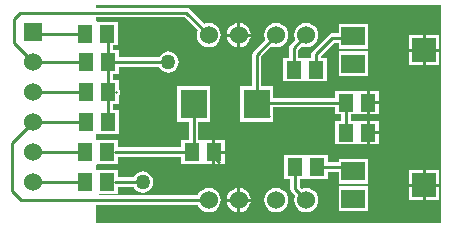
<source format=gtl>
G04 Layer_Physical_Order=1*
G04 Layer_Color=255*
%FSLAX25Y25*%
%MOIN*%
G70*
G01*
G75*
%ADD10R,0.08900X0.09800*%
%ADD11R,0.05118X0.05905*%
%ADD12R,0.07874X0.06299*%
%ADD13R,0.07874X0.07874*%
%ADD14C,0.01000*%
%ADD15C,0.06000*%
%ADD16R,0.06000X0.06000*%
%ADD17C,0.05000*%
G36*
X312500Y215000D02*
X197500D01*
Y220971D01*
X231304D01*
X231506Y220483D01*
X232147Y219647D01*
X232983Y219006D01*
X233956Y218603D01*
X235000Y218465D01*
X236044Y218603D01*
X237017Y219006D01*
X237853Y219647D01*
X238494Y220483D01*
X238897Y221456D01*
X239035Y222500D01*
X238897Y223544D01*
X238494Y224517D01*
X237853Y225353D01*
X237017Y225994D01*
X236044Y226397D01*
X235000Y226535D01*
X233956Y226397D01*
X232983Y225994D01*
X232147Y225353D01*
X231506Y224517D01*
X231304Y224029D01*
X198004D01*
X197992Y224047D01*
X197992Y224058D01*
X198261Y224547D01*
X204799D01*
Y226971D01*
X209845D01*
X209943Y226735D01*
X210504Y226004D01*
X211235Y225443D01*
X212086Y225090D01*
X213000Y224970D01*
X213914Y225090D01*
X214765Y225443D01*
X215496Y226004D01*
X216057Y226735D01*
X216410Y227586D01*
X216530Y228500D01*
X216410Y229414D01*
X216057Y230265D01*
X215496Y230996D01*
X214765Y231557D01*
X213914Y231910D01*
X213000Y232030D01*
X212086Y231910D01*
X211235Y231557D01*
X210504Y230996D01*
X209943Y230265D01*
X209845Y230029D01*
X204799D01*
Y232453D01*
X198000D01*
X197681Y232453D01*
X197500Y232878D01*
Y234122D01*
X197681Y234547D01*
X198000Y234547D01*
X204799D01*
Y236971D01*
X225701D01*
Y234547D01*
X232681D01*
X232819Y234547D01*
X233181D01*
X233319Y234547D01*
X236240D01*
Y238500D01*
Y242453D01*
X233319D01*
X233181Y242453D01*
X232819D01*
X232681Y242453D01*
X231529D01*
Y248600D01*
X235450D01*
Y260400D01*
X224550D01*
Y248600D01*
X228471D01*
Y242453D01*
X225701D01*
Y240030D01*
X204799D01*
Y242453D01*
X198000D01*
X197681Y242453D01*
X197500Y242878D01*
Y244357D01*
X197921Y244547D01*
X198059Y244547D01*
X205039D01*
Y252453D01*
X203010D01*
Y254547D01*
X205039D01*
Y257403D01*
X205062Y257418D01*
X205393Y257915D01*
X205510Y258500D01*
X205393Y259085D01*
X205062Y259581D01*
X205062Y259581D01*
X205039Y259596D01*
Y262453D01*
X203010D01*
Y264547D01*
X205039D01*
Y266971D01*
X218345D01*
X218443Y266735D01*
X219004Y266004D01*
X219735Y265443D01*
X220586Y265090D01*
X221500Y264970D01*
X222414Y265090D01*
X223265Y265443D01*
X223996Y266004D01*
X224557Y266735D01*
X224910Y267586D01*
X225030Y268500D01*
X224910Y269414D01*
X224557Y270265D01*
X223996Y270996D01*
X223265Y271557D01*
X222414Y271910D01*
X221500Y272030D01*
X220586Y271910D01*
X219735Y271557D01*
X219004Y270996D01*
X218443Y270265D01*
X218345Y270029D01*
X205039D01*
Y272453D01*
X203010D01*
Y274047D01*
X204799D01*
Y281953D01*
X198000D01*
X197681Y281953D01*
X197500Y282378D01*
Y283471D01*
X226867D01*
X231305Y279032D01*
X231103Y278544D01*
X230965Y277500D01*
X231103Y276456D01*
X231506Y275483D01*
X232147Y274647D01*
X232983Y274006D01*
X233956Y273603D01*
X235000Y273465D01*
X236044Y273603D01*
X237017Y274006D01*
X237853Y274647D01*
X238494Y275483D01*
X238897Y276456D01*
X239035Y277500D01*
X238897Y278544D01*
X238494Y279517D01*
X237853Y280353D01*
X237017Y280994D01*
X236044Y281397D01*
X235000Y281535D01*
X233956Y281397D01*
X233468Y281195D01*
X228581Y286081D01*
X228085Y286413D01*
X227500Y286529D01*
X197500D01*
Y287500D01*
X312500D01*
X312500Y215000D01*
D02*
G37*
%LPC*%
G36*
X306311Y232437D02*
X301874D01*
Y228000D01*
X306311D01*
Y232437D01*
D02*
G37*
G36*
X245500Y226469D02*
Y223000D01*
X248969D01*
X248897Y223544D01*
X248494Y224517D01*
X247853Y225353D01*
X247017Y225994D01*
X246044Y226397D01*
X245500Y226469D01*
D02*
G37*
G36*
X267681Y237453D02*
X267319D01*
X267181Y237453D01*
X260201D01*
Y229547D01*
X262230D01*
Y226240D01*
X262347Y225655D01*
X262679Y225159D01*
X263805Y224032D01*
X263603Y223544D01*
X263465Y222500D01*
X263603Y221456D01*
X264006Y220483D01*
X264647Y219647D01*
X265483Y219006D01*
X266456Y218603D01*
X267500Y218465D01*
X268544Y218603D01*
X269517Y219006D01*
X270353Y219647D01*
X270994Y220483D01*
X271397Y221456D01*
X271534Y222500D01*
X271397Y223544D01*
X270994Y224517D01*
X270353Y225353D01*
X269517Y225994D01*
X268544Y226397D01*
X267500Y226535D01*
X266456Y226397D01*
X265968Y226195D01*
X265289Y226874D01*
Y229547D01*
X267181D01*
X267319Y229547D01*
X267681D01*
X267819Y229547D01*
X274799D01*
Y231971D01*
X278252D01*
Y227976D01*
X288126D01*
Y236275D01*
X278252D01*
Y235029D01*
X274799D01*
Y237453D01*
X267819D01*
X267681Y237453D01*
D02*
G37*
G36*
X237240Y242453D02*
Y239000D01*
X240299D01*
Y242453D01*
X237240D01*
D02*
G37*
G36*
X291799Y244500D02*
X288740D01*
Y241047D01*
X291799D01*
Y244500D01*
D02*
G37*
G36*
X311748Y232437D02*
X307311D01*
Y228000D01*
X311748D01*
Y232437D01*
D02*
G37*
G36*
X240299Y238000D02*
X237240D01*
Y234547D01*
X240299D01*
Y238000D01*
D02*
G37*
G36*
X248969Y222000D02*
X245500D01*
Y218531D01*
X246044Y218603D01*
X247017Y219006D01*
X247853Y219647D01*
X248494Y220483D01*
X248897Y221456D01*
X248969Y222000D01*
D02*
G37*
G36*
X244500D02*
X241031D01*
X241103Y221456D01*
X241506Y220483D01*
X242147Y219647D01*
X242983Y219006D01*
X243956Y218603D01*
X244500Y218531D01*
Y222000D01*
D02*
G37*
G36*
X257500Y226535D02*
X256456Y226397D01*
X255483Y225994D01*
X254647Y225353D01*
X254006Y224517D01*
X253603Y223544D01*
X253466Y222500D01*
X253603Y221456D01*
X254006Y220483D01*
X254647Y219647D01*
X255483Y219006D01*
X256456Y218603D01*
X257500Y218465D01*
X258544Y218603D01*
X259517Y219006D01*
X260353Y219647D01*
X260994Y220483D01*
X261397Y221456D01*
X261535Y222500D01*
X261397Y223544D01*
X260994Y224517D01*
X260353Y225353D01*
X259517Y225994D01*
X258544Y226397D01*
X257500Y226535D01*
D02*
G37*
G36*
X288126Y227023D02*
X278252D01*
Y218724D01*
X288126D01*
Y227023D01*
D02*
G37*
G36*
X244500Y226469D02*
X243956Y226397D01*
X242983Y225994D01*
X242147Y225353D01*
X241506Y224517D01*
X241103Y223544D01*
X241031Y223000D01*
X244500D01*
Y226469D01*
D02*
G37*
G36*
X311748Y227000D02*
X307311D01*
Y222563D01*
X311748D01*
Y227000D01*
D02*
G37*
G36*
X306311D02*
X301874D01*
Y222563D01*
X306311D01*
Y227000D01*
D02*
G37*
G36*
X257500Y281535D02*
X256456Y281397D01*
X255483Y280994D01*
X254647Y280353D01*
X254006Y279517D01*
X253603Y278544D01*
X253466Y277500D01*
X253603Y276456D01*
X253805Y275968D01*
X249919Y272081D01*
X249587Y271585D01*
X249471Y271000D01*
Y260400D01*
X245550D01*
Y248600D01*
X256450D01*
Y250101D01*
X256529Y250500D01*
X256450Y250899D01*
Y253471D01*
X277201D01*
Y251047D01*
X279230D01*
Y248953D01*
X277201D01*
Y241047D01*
X284181D01*
X284319Y241047D01*
X284681D01*
X284819Y241047D01*
X287740D01*
Y245000D01*
Y248953D01*
X284819D01*
X284681Y248953D01*
X284319D01*
X284181Y248953D01*
X282289D01*
Y251047D01*
X284181D01*
X284319Y251047D01*
X284681D01*
X284819Y251047D01*
X287740D01*
Y255000D01*
Y258953D01*
X284819D01*
X284681Y258953D01*
X284319D01*
X284181Y258953D01*
X277201D01*
Y256529D01*
X256450D01*
Y260400D01*
X252529D01*
Y270367D01*
X255968Y273805D01*
X256456Y273603D01*
X257500Y273465D01*
X258544Y273603D01*
X259517Y274006D01*
X260353Y274647D01*
X260994Y275483D01*
X261397Y276456D01*
X261535Y277500D01*
X261397Y278544D01*
X260994Y279517D01*
X260353Y280353D01*
X259517Y280994D01*
X258544Y281397D01*
X257500Y281535D01*
D02*
G37*
G36*
X311748Y277437D02*
X307311D01*
Y273000D01*
X311748D01*
Y277437D01*
D02*
G37*
G36*
X306311D02*
X301874D01*
Y273000D01*
X306311D01*
Y277437D01*
D02*
G37*
G36*
X244500Y277000D02*
X241031D01*
X241103Y276456D01*
X241506Y275483D01*
X242147Y274647D01*
X242983Y274006D01*
X243956Y273603D01*
X244500Y273531D01*
Y277000D01*
D02*
G37*
G36*
X245500Y281469D02*
Y278000D01*
X248969D01*
X248897Y278544D01*
X248494Y279517D01*
X247853Y280353D01*
X247017Y280994D01*
X246044Y281397D01*
X245500Y281469D01*
D02*
G37*
G36*
X244500D02*
X243956Y281397D01*
X242983Y280994D01*
X242147Y280353D01*
X241506Y279517D01*
X241103Y278544D01*
X241031Y278000D01*
X244500D01*
Y281469D01*
D02*
G37*
G36*
X248969Y277000D02*
X245500D01*
Y273531D01*
X246044Y273603D01*
X247017Y274006D01*
X247853Y274647D01*
X248494Y275483D01*
X248897Y276456D01*
X248969Y277000D01*
D02*
G37*
G36*
X288740Y258953D02*
Y255500D01*
X291799D01*
Y258953D01*
X288740D01*
D02*
G37*
G36*
X291799Y254500D02*
X288740D01*
Y251047D01*
X291799D01*
Y254500D01*
D02*
G37*
G36*
X288740Y248953D02*
Y245500D01*
X291799D01*
Y248953D01*
X288740D01*
D02*
G37*
G36*
X288126Y272024D02*
X278252D01*
Y263725D01*
X288126D01*
Y272024D01*
D02*
G37*
G36*
X267500Y281535D02*
X266456Y281397D01*
X265483Y280994D01*
X264647Y280353D01*
X264006Y279517D01*
X263603Y278544D01*
X263465Y277500D01*
X263603Y276456D01*
X263805Y275968D01*
X262178Y274341D01*
X261847Y273845D01*
X261730Y273260D01*
Y269953D01*
X259701D01*
Y262047D01*
X266681D01*
X266819Y262047D01*
X267181D01*
X267319Y262047D01*
X274299D01*
Y269953D01*
X272270D01*
Y270607D01*
X276634Y274971D01*
X278252D01*
Y272977D01*
X288126D01*
Y281276D01*
X278252D01*
Y278029D01*
X276000D01*
X275415Y277913D01*
X274919Y277581D01*
X269659Y272322D01*
X269327Y271826D01*
X269211Y271240D01*
Y269953D01*
X267319D01*
X267181Y269953D01*
X266819D01*
X266681Y269953D01*
X264789D01*
Y272626D01*
X265968Y273805D01*
X266456Y273603D01*
X267500Y273465D01*
X268544Y273603D01*
X269517Y274006D01*
X270353Y274647D01*
X270994Y275483D01*
X271397Y276456D01*
X271534Y277500D01*
X271397Y278544D01*
X270994Y279517D01*
X270353Y280353D01*
X269517Y280994D01*
X268544Y281397D01*
X267500Y281535D01*
D02*
G37*
G36*
X311748Y272000D02*
X307311D01*
Y267563D01*
X311748D01*
Y272000D01*
D02*
G37*
G36*
X306311D02*
X301874D01*
Y267563D01*
X306311D01*
Y272000D01*
D02*
G37*
%LPD*%
D10*
X251000Y254500D02*
D03*
X230000D02*
D03*
D11*
X229260Y238500D02*
D03*
X236740D02*
D03*
X263760Y233500D02*
D03*
X271240D02*
D03*
X263260Y266000D02*
D03*
X270740D02*
D03*
X193760Y228500D02*
D03*
X201240D02*
D03*
X193760Y238500D02*
D03*
X201240D02*
D03*
X201480Y248500D02*
D03*
X194000D02*
D03*
X201480Y258500D02*
D03*
X194000D02*
D03*
X201480Y268500D02*
D03*
X194000D02*
D03*
X201240Y278000D02*
D03*
X193760D02*
D03*
X288240Y255000D02*
D03*
X280760D02*
D03*
X288240Y245000D02*
D03*
X280760D02*
D03*
D12*
X283189Y277126D02*
D03*
Y267874D02*
D03*
Y232126D02*
D03*
Y222874D02*
D03*
D13*
X306811Y272500D02*
D03*
Y227500D02*
D03*
D14*
X201480Y248500D02*
Y268500D01*
X237240Y237000D02*
X238500Y238260D01*
X201481Y268500D02*
X221500D01*
X201480Y268500D02*
X201481Y268500D01*
X251000Y254500D02*
Y271000D01*
X251500Y255000D02*
X280760D01*
X176500Y228500D02*
X193760D01*
X176500Y238500D02*
X193760D01*
X176500Y248500D02*
X194000D01*
X176500Y258500D02*
X194000D01*
X176500Y268500D02*
X194000D01*
X176500Y278500D02*
X177000Y278000D01*
X193760D01*
X172000Y285000D02*
X227500D01*
X235000Y277500D01*
X270740Y266000D02*
Y271240D01*
X263260Y266000D02*
Y273260D01*
X267500Y277500D01*
X263760Y226240D02*
Y233500D01*
Y226240D02*
X267500Y222500D01*
X281815Y233500D02*
X283189Y232126D01*
X271240Y233500D02*
X281815D01*
X201480Y268500D02*
Y277760D01*
X201240Y278000D02*
X201480Y277760D01*
X251000Y271000D02*
X257500Y277500D01*
X270740Y271240D02*
X276000Y276500D01*
X282563D01*
X283189Y277126D01*
X203740Y228500D02*
X213000D01*
X230000Y237240D02*
Y254500D01*
X228260Y238500D02*
X229760Y237000D01*
X169500Y225500D02*
X172500Y222500D01*
X235000D01*
X251000Y254500D02*
X255000Y250500D01*
X203740Y228500D02*
X203740Y228500D01*
X170000Y283000D02*
X172000Y285000D01*
X251000Y254500D02*
X251500Y255000D01*
X176500Y268500D02*
X176500D01*
X170000Y275000D02*
X176500Y268500D01*
X170000Y275000D02*
Y283000D01*
X169500Y225500D02*
Y241500D01*
X280760Y245000D02*
Y255000D01*
X203740Y238500D02*
X228260D01*
X169500Y241500D02*
X176500Y248500D01*
X237240Y236500D02*
X238500Y235240D01*
X237240Y236500D02*
Y237000D01*
X203980Y258500D02*
X203980Y258500D01*
X229760Y237000D02*
X230000Y237240D01*
D15*
X267500Y222500D02*
D03*
X257500D02*
D03*
X235000D02*
D03*
X245000D02*
D03*
X267500Y277500D02*
D03*
X257500D02*
D03*
X235000D02*
D03*
X245000D02*
D03*
X176500Y268500D02*
D03*
Y258500D02*
D03*
Y248500D02*
D03*
Y238500D02*
D03*
Y228500D02*
D03*
D16*
Y278500D02*
D03*
D17*
X221500Y268500D02*
D03*
X213000Y228500D02*
D03*
M02*

</source>
